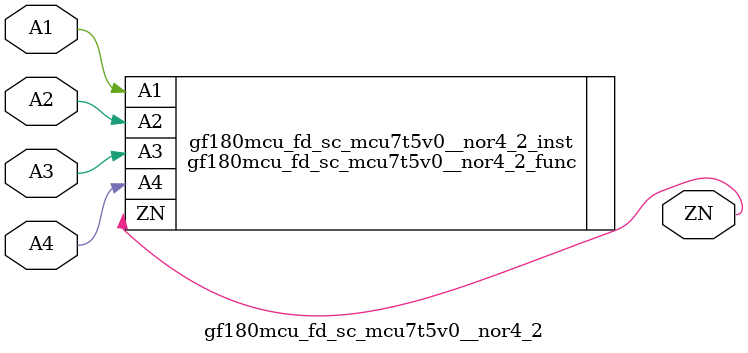
<source format=v>

module gf180mcu_fd_sc_mcu7t5v0__nor4_2( A4, A3, ZN, A2, A1 );
input A1, A2, A3, A4;
output ZN;

   `ifdef FUNCTIONAL  //  functional //

	gf180mcu_fd_sc_mcu7t5v0__nor4_2_func gf180mcu_fd_sc_mcu7t5v0__nor4_2_behav_inst(.A4(A4),.A3(A3),.ZN(ZN),.A2(A2),.A1(A1));

   `else

	gf180mcu_fd_sc_mcu7t5v0__nor4_2_func gf180mcu_fd_sc_mcu7t5v0__nor4_2_inst(.A4(A4),.A3(A3),.ZN(ZN),.A2(A2),.A1(A1));

	// spec_gates_begin


	// spec_gates_end



   specify

	// specify_block_begin

	// comb arc A1 --> ZN
	 (A1 => ZN) = (1.0,1.0);

	// comb arc A2 --> ZN
	 (A2 => ZN) = (1.0,1.0);

	// comb arc A3 --> ZN
	 (A3 => ZN) = (1.0,1.0);

	// comb arc A4 --> ZN
	 (A4 => ZN) = (1.0,1.0);

	// specify_block_end

   endspecify

   `endif

endmodule

</source>
